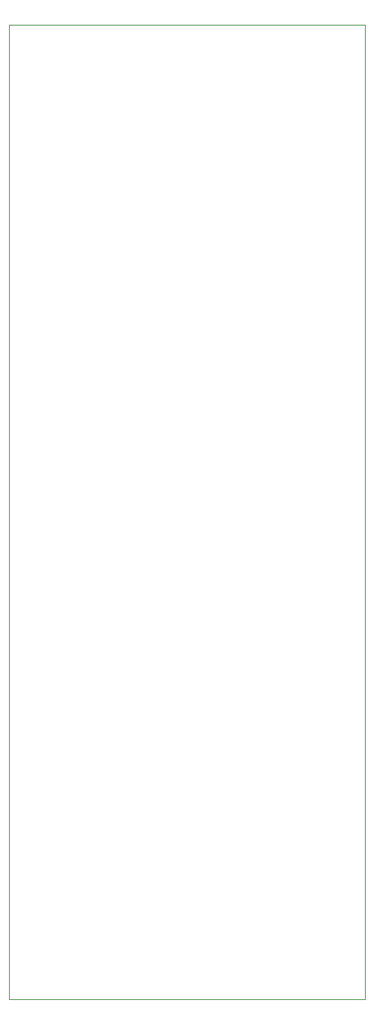
<source format=gbr>
G04 #@! TF.GenerationSoftware,KiCad,Pcbnew,6.0.6+dfsg-1*
G04 #@! TF.CreationDate,2022-08-11T10:33:23+02:00*
G04 #@! TF.ProjectId,demiurge,64656d69-7572-4676-952e-6b696361645f,F*
G04 #@! TF.SameCoordinates,Original*
G04 #@! TF.FileFunction,Profile,NP*
%FSLAX46Y46*%
G04 Gerber Fmt 4.6, Leading zero omitted, Abs format (unit mm)*
G04 Created by KiCad (PCBNEW 6.0.6+dfsg-1) date 2022-08-11 10:33:23*
%MOMM*%
%LPD*%
G01*
G04 APERTURE LIST*
G04 #@! TA.AperFunction,Profile*
%ADD10C,0.050000*%
G04 #@! TD*
G04 APERTURE END LIST*
D10*
X76454000Y-160655000D02*
X76454000Y-50800000D01*
X116586000Y-160655000D02*
X76454000Y-160655000D01*
X116586000Y-50800000D02*
X116586000Y-160655000D01*
X76454000Y-50800000D02*
X116586000Y-50800000D01*
M02*

</source>
